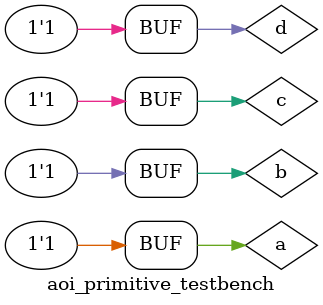
<source format=v>
module aoi_primitive_testbench;
    reg a, b, c, d;
    wire out;

    aoi_primitive aoi_instance0(a, b, c, d, out);

    initial begin
            a=1'b0; b=1'b0; c=1'b0; d=1'b0; //expected out=1'b1
        #50 a=1'b0; b=1'b0; c=1'b0; d=1'b1; //expected out=1'b1
        #50 a=1'b0; b=1'b0; c=1'b1; d=1'b0; //expected out=1'b1
        #50 a=1'b0; b=1'b0; c=1'b1; d=1'b1; //expected out=1'b0

        #50 a=1'b0; b=1'b1; c=1'b0; d=1'b0; //expected out=1'b1
        #50 a=1'b0; b=1'b1; c=1'b0; d=1'b1; //expected out=1'b1
        #50 a=1'b0; b=1'b1; c=1'b1; d=1'b0; //expected out=1'b1
        #50 a=1'b0; b=1'b1; c=1'b1; d=1'b1; //expected out=1'b0

        #50 a=1'b1; b=1'b0; c=1'b0; d=1'b0; //expected out=1'b1
        #50 a=1'b1; b=1'b0; c=1'b0; d=1'b1; //expected out=1'b1
        #50 a=1'b1; b=1'b0; c=1'b1; d=1'b0; //expected out=1'b1
        #50 a=1'b1; b=1'b0; c=1'b1; d=1'b1; //expected out=1'b0

        #50 a=1'b1; b=1'b1; c=1'b0; d=1'b0; //expected out=1'b0
        #50 a=1'b1; b=1'b1; c=1'b0; d=1'b1; //expected out=1'b0
        #50 a=1'b1; b=1'b1; c=1'b1; d=1'b0; //expected out=1'b0
        #50 a=1'b1; b=1'b1; c=1'b1; d=1'b1; //expected out=1'b0
    end

endmodule

</source>
